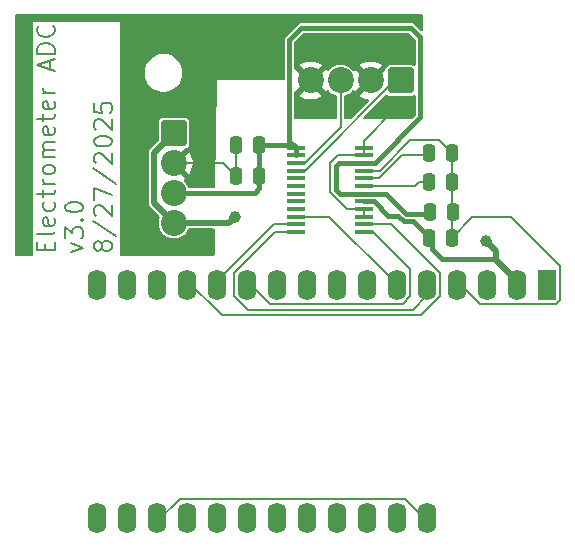
<source format=gbr>
%TF.GenerationSoftware,KiCad,Pcbnew,9.0.3*%
%TF.CreationDate,2025-08-27T20:39:39-07:00*%
%TF.ProjectId,ADC_and_voltage_boost,4144435f-616e-4645-9f76-6f6c74616765,v2.0*%
%TF.SameCoordinates,Original*%
%TF.FileFunction,Copper,L1,Top*%
%TF.FilePolarity,Positive*%
%FSLAX46Y46*%
G04 Gerber Fmt 4.6, Leading zero omitted, Abs format (unit mm)*
G04 Created by KiCad (PCBNEW 9.0.3) date 2025-08-27 20:39:39*
%MOMM*%
%LPD*%
G01*
G04 APERTURE LIST*
G04 Aperture macros list*
%AMRoundRect*
0 Rectangle with rounded corners*
0 $1 Rounding radius*
0 $2 $3 $4 $5 $6 $7 $8 $9 X,Y pos of 4 corners*
0 Add a 4 corners polygon primitive as box body*
4,1,4,$2,$3,$4,$5,$6,$7,$8,$9,$2,$3,0*
0 Add four circle primitives for the rounded corners*
1,1,$1+$1,$2,$3*
1,1,$1+$1,$4,$5*
1,1,$1+$1,$6,$7*
1,1,$1+$1,$8,$9*
0 Add four rect primitives between the rounded corners*
20,1,$1+$1,$2,$3,$4,$5,0*
20,1,$1+$1,$4,$5,$6,$7,0*
20,1,$1+$1,$6,$7,$8,$9,0*
20,1,$1+$1,$8,$9,$2,$3,0*%
G04 Aperture macros list end*
%ADD10C,0.200000*%
%TA.AperFunction,NonConductor*%
%ADD11C,0.200000*%
%TD*%
%TA.AperFunction,ComponentPad*%
%ADD12RoundRect,0.250000X-0.550000X1.050000X-0.550000X-1.050000X0.550000X-1.050000X0.550000X1.050000X0*%
%TD*%
%TA.AperFunction,ComponentPad*%
%ADD13O,1.600000X2.600000*%
%TD*%
%TA.AperFunction,SMDPad,CuDef*%
%ADD14RoundRect,0.051250X-0.698750X-0.153750X0.698750X-0.153750X0.698750X0.153750X-0.698750X0.153750X0*%
%TD*%
%TA.AperFunction,SMDPad,CuDef*%
%ADD15RoundRect,0.250000X0.250000X0.475000X-0.250000X0.475000X-0.250000X-0.475000X0.250000X-0.475000X0*%
%TD*%
%TA.AperFunction,ComponentPad*%
%ADD16RoundRect,0.249999X0.850001X0.850001X-0.850001X0.850001X-0.850001X-0.850001X0.850001X-0.850001X0*%
%TD*%
%TA.AperFunction,ComponentPad*%
%ADD17C,2.200000*%
%TD*%
%TA.AperFunction,SMDPad,CuDef*%
%ADD18RoundRect,0.250000X-0.250000X-0.475000X0.250000X-0.475000X0.250000X0.475000X-0.250000X0.475000X0*%
%TD*%
%TA.AperFunction,ComponentPad*%
%ADD19RoundRect,0.249999X-0.850001X0.850001X-0.850001X-0.850001X0.850001X-0.850001X0.850001X0.850001X0*%
%TD*%
%TA.AperFunction,ViaPad*%
%ADD20C,1.000000*%
%TD*%
%TA.AperFunction,Conductor*%
%ADD21C,0.400000*%
%TD*%
%TA.AperFunction,Conductor*%
%ADD22C,0.500000*%
%TD*%
%TA.AperFunction,Conductor*%
%ADD23C,0.200000*%
%TD*%
G04 APERTURE END LIST*
D10*
D11*
X125508482Y-101873279D02*
X125508482Y-101373279D01*
X126294196Y-101158993D02*
X126294196Y-101873279D01*
X126294196Y-101873279D02*
X124794196Y-101873279D01*
X124794196Y-101873279D02*
X124794196Y-101158993D01*
X126294196Y-100301850D02*
X126222768Y-100444707D01*
X126222768Y-100444707D02*
X126079910Y-100516136D01*
X126079910Y-100516136D02*
X124794196Y-100516136D01*
X126222768Y-99158993D02*
X126294196Y-99301850D01*
X126294196Y-99301850D02*
X126294196Y-99587565D01*
X126294196Y-99587565D02*
X126222768Y-99730422D01*
X126222768Y-99730422D02*
X126079910Y-99801850D01*
X126079910Y-99801850D02*
X125508482Y-99801850D01*
X125508482Y-99801850D02*
X125365625Y-99730422D01*
X125365625Y-99730422D02*
X125294196Y-99587565D01*
X125294196Y-99587565D02*
X125294196Y-99301850D01*
X125294196Y-99301850D02*
X125365625Y-99158993D01*
X125365625Y-99158993D02*
X125508482Y-99087565D01*
X125508482Y-99087565D02*
X125651339Y-99087565D01*
X125651339Y-99087565D02*
X125794196Y-99801850D01*
X126222768Y-97801851D02*
X126294196Y-97944708D01*
X126294196Y-97944708D02*
X126294196Y-98230422D01*
X126294196Y-98230422D02*
X126222768Y-98373279D01*
X126222768Y-98373279D02*
X126151339Y-98444708D01*
X126151339Y-98444708D02*
X126008482Y-98516136D01*
X126008482Y-98516136D02*
X125579910Y-98516136D01*
X125579910Y-98516136D02*
X125437053Y-98444708D01*
X125437053Y-98444708D02*
X125365625Y-98373279D01*
X125365625Y-98373279D02*
X125294196Y-98230422D01*
X125294196Y-98230422D02*
X125294196Y-97944708D01*
X125294196Y-97944708D02*
X125365625Y-97801851D01*
X125294196Y-97373279D02*
X125294196Y-96801851D01*
X124794196Y-97158994D02*
X126079910Y-97158994D01*
X126079910Y-97158994D02*
X126222768Y-97087565D01*
X126222768Y-97087565D02*
X126294196Y-96944708D01*
X126294196Y-96944708D02*
X126294196Y-96801851D01*
X126294196Y-96301851D02*
X125294196Y-96301851D01*
X125579910Y-96301851D02*
X125437053Y-96230422D01*
X125437053Y-96230422D02*
X125365625Y-96158994D01*
X125365625Y-96158994D02*
X125294196Y-96016136D01*
X125294196Y-96016136D02*
X125294196Y-95873279D01*
X126294196Y-95158994D02*
X126222768Y-95301851D01*
X126222768Y-95301851D02*
X126151339Y-95373280D01*
X126151339Y-95373280D02*
X126008482Y-95444708D01*
X126008482Y-95444708D02*
X125579910Y-95444708D01*
X125579910Y-95444708D02*
X125437053Y-95373280D01*
X125437053Y-95373280D02*
X125365625Y-95301851D01*
X125365625Y-95301851D02*
X125294196Y-95158994D01*
X125294196Y-95158994D02*
X125294196Y-94944708D01*
X125294196Y-94944708D02*
X125365625Y-94801851D01*
X125365625Y-94801851D02*
X125437053Y-94730423D01*
X125437053Y-94730423D02*
X125579910Y-94658994D01*
X125579910Y-94658994D02*
X126008482Y-94658994D01*
X126008482Y-94658994D02*
X126151339Y-94730423D01*
X126151339Y-94730423D02*
X126222768Y-94801851D01*
X126222768Y-94801851D02*
X126294196Y-94944708D01*
X126294196Y-94944708D02*
X126294196Y-95158994D01*
X126294196Y-94016137D02*
X125294196Y-94016137D01*
X125437053Y-94016137D02*
X125365625Y-93944708D01*
X125365625Y-93944708D02*
X125294196Y-93801851D01*
X125294196Y-93801851D02*
X125294196Y-93587565D01*
X125294196Y-93587565D02*
X125365625Y-93444708D01*
X125365625Y-93444708D02*
X125508482Y-93373280D01*
X125508482Y-93373280D02*
X126294196Y-93373280D01*
X125508482Y-93373280D02*
X125365625Y-93301851D01*
X125365625Y-93301851D02*
X125294196Y-93158994D01*
X125294196Y-93158994D02*
X125294196Y-92944708D01*
X125294196Y-92944708D02*
X125365625Y-92801851D01*
X125365625Y-92801851D02*
X125508482Y-92730422D01*
X125508482Y-92730422D02*
X126294196Y-92730422D01*
X126222768Y-91444708D02*
X126294196Y-91587565D01*
X126294196Y-91587565D02*
X126294196Y-91873280D01*
X126294196Y-91873280D02*
X126222768Y-92016137D01*
X126222768Y-92016137D02*
X126079910Y-92087565D01*
X126079910Y-92087565D02*
X125508482Y-92087565D01*
X125508482Y-92087565D02*
X125365625Y-92016137D01*
X125365625Y-92016137D02*
X125294196Y-91873280D01*
X125294196Y-91873280D02*
X125294196Y-91587565D01*
X125294196Y-91587565D02*
X125365625Y-91444708D01*
X125365625Y-91444708D02*
X125508482Y-91373280D01*
X125508482Y-91373280D02*
X125651339Y-91373280D01*
X125651339Y-91373280D02*
X125794196Y-92087565D01*
X125294196Y-90944708D02*
X125294196Y-90373280D01*
X124794196Y-90730423D02*
X126079910Y-90730423D01*
X126079910Y-90730423D02*
X126222768Y-90658994D01*
X126222768Y-90658994D02*
X126294196Y-90516137D01*
X126294196Y-90516137D02*
X126294196Y-90373280D01*
X126222768Y-89301851D02*
X126294196Y-89444708D01*
X126294196Y-89444708D02*
X126294196Y-89730423D01*
X126294196Y-89730423D02*
X126222768Y-89873280D01*
X126222768Y-89873280D02*
X126079910Y-89944708D01*
X126079910Y-89944708D02*
X125508482Y-89944708D01*
X125508482Y-89944708D02*
X125365625Y-89873280D01*
X125365625Y-89873280D02*
X125294196Y-89730423D01*
X125294196Y-89730423D02*
X125294196Y-89444708D01*
X125294196Y-89444708D02*
X125365625Y-89301851D01*
X125365625Y-89301851D02*
X125508482Y-89230423D01*
X125508482Y-89230423D02*
X125651339Y-89230423D01*
X125651339Y-89230423D02*
X125794196Y-89944708D01*
X126294196Y-88587566D02*
X125294196Y-88587566D01*
X125579910Y-88587566D02*
X125437053Y-88516137D01*
X125437053Y-88516137D02*
X125365625Y-88444709D01*
X125365625Y-88444709D02*
X125294196Y-88301851D01*
X125294196Y-88301851D02*
X125294196Y-88158994D01*
X125865625Y-86587566D02*
X125865625Y-85873281D01*
X126294196Y-86730423D02*
X124794196Y-86230423D01*
X124794196Y-86230423D02*
X126294196Y-85730423D01*
X126294196Y-85230424D02*
X124794196Y-85230424D01*
X124794196Y-85230424D02*
X124794196Y-84873281D01*
X124794196Y-84873281D02*
X124865625Y-84658995D01*
X124865625Y-84658995D02*
X125008482Y-84516138D01*
X125008482Y-84516138D02*
X125151339Y-84444709D01*
X125151339Y-84444709D02*
X125437053Y-84373281D01*
X125437053Y-84373281D02*
X125651339Y-84373281D01*
X125651339Y-84373281D02*
X125937053Y-84444709D01*
X125937053Y-84444709D02*
X126079910Y-84516138D01*
X126079910Y-84516138D02*
X126222768Y-84658995D01*
X126222768Y-84658995D02*
X126294196Y-84873281D01*
X126294196Y-84873281D02*
X126294196Y-85230424D01*
X126151339Y-82873281D02*
X126222768Y-82944709D01*
X126222768Y-82944709D02*
X126294196Y-83158995D01*
X126294196Y-83158995D02*
X126294196Y-83301852D01*
X126294196Y-83301852D02*
X126222768Y-83516138D01*
X126222768Y-83516138D02*
X126079910Y-83658995D01*
X126079910Y-83658995D02*
X125937053Y-83730424D01*
X125937053Y-83730424D02*
X125651339Y-83801852D01*
X125651339Y-83801852D02*
X125437053Y-83801852D01*
X125437053Y-83801852D02*
X125151339Y-83730424D01*
X125151339Y-83730424D02*
X125008482Y-83658995D01*
X125008482Y-83658995D02*
X124865625Y-83516138D01*
X124865625Y-83516138D02*
X124794196Y-83301852D01*
X124794196Y-83301852D02*
X124794196Y-83158995D01*
X124794196Y-83158995D02*
X124865625Y-82944709D01*
X124865625Y-82944709D02*
X124937053Y-82873281D01*
X127709112Y-102016136D02*
X128709112Y-101658993D01*
X128709112Y-101658993D02*
X127709112Y-101301850D01*
X127209112Y-100873279D02*
X127209112Y-99944707D01*
X127209112Y-99944707D02*
X127780541Y-100444707D01*
X127780541Y-100444707D02*
X127780541Y-100230422D01*
X127780541Y-100230422D02*
X127851969Y-100087565D01*
X127851969Y-100087565D02*
X127923398Y-100016136D01*
X127923398Y-100016136D02*
X128066255Y-99944707D01*
X128066255Y-99944707D02*
X128423398Y-99944707D01*
X128423398Y-99944707D02*
X128566255Y-100016136D01*
X128566255Y-100016136D02*
X128637684Y-100087565D01*
X128637684Y-100087565D02*
X128709112Y-100230422D01*
X128709112Y-100230422D02*
X128709112Y-100658993D01*
X128709112Y-100658993D02*
X128637684Y-100801850D01*
X128637684Y-100801850D02*
X128566255Y-100873279D01*
X128566255Y-99301851D02*
X128637684Y-99230422D01*
X128637684Y-99230422D02*
X128709112Y-99301851D01*
X128709112Y-99301851D02*
X128637684Y-99373279D01*
X128637684Y-99373279D02*
X128566255Y-99301851D01*
X128566255Y-99301851D02*
X128709112Y-99301851D01*
X127209112Y-98301850D02*
X127209112Y-98158993D01*
X127209112Y-98158993D02*
X127280541Y-98016136D01*
X127280541Y-98016136D02*
X127351969Y-97944708D01*
X127351969Y-97944708D02*
X127494826Y-97873279D01*
X127494826Y-97873279D02*
X127780541Y-97801850D01*
X127780541Y-97801850D02*
X128137684Y-97801850D01*
X128137684Y-97801850D02*
X128423398Y-97873279D01*
X128423398Y-97873279D02*
X128566255Y-97944708D01*
X128566255Y-97944708D02*
X128637684Y-98016136D01*
X128637684Y-98016136D02*
X128709112Y-98158993D01*
X128709112Y-98158993D02*
X128709112Y-98301850D01*
X128709112Y-98301850D02*
X128637684Y-98444708D01*
X128637684Y-98444708D02*
X128566255Y-98516136D01*
X128566255Y-98516136D02*
X128423398Y-98587565D01*
X128423398Y-98587565D02*
X128137684Y-98658993D01*
X128137684Y-98658993D02*
X127780541Y-98658993D01*
X127780541Y-98658993D02*
X127494826Y-98587565D01*
X127494826Y-98587565D02*
X127351969Y-98516136D01*
X127351969Y-98516136D02*
X127280541Y-98444708D01*
X127280541Y-98444708D02*
X127209112Y-98301850D01*
X130266885Y-101658993D02*
X130195457Y-101801850D01*
X130195457Y-101801850D02*
X130124028Y-101873279D01*
X130124028Y-101873279D02*
X129981171Y-101944707D01*
X129981171Y-101944707D02*
X129909742Y-101944707D01*
X129909742Y-101944707D02*
X129766885Y-101873279D01*
X129766885Y-101873279D02*
X129695457Y-101801850D01*
X129695457Y-101801850D02*
X129624028Y-101658993D01*
X129624028Y-101658993D02*
X129624028Y-101373279D01*
X129624028Y-101373279D02*
X129695457Y-101230422D01*
X129695457Y-101230422D02*
X129766885Y-101158993D01*
X129766885Y-101158993D02*
X129909742Y-101087564D01*
X129909742Y-101087564D02*
X129981171Y-101087564D01*
X129981171Y-101087564D02*
X130124028Y-101158993D01*
X130124028Y-101158993D02*
X130195457Y-101230422D01*
X130195457Y-101230422D02*
X130266885Y-101373279D01*
X130266885Y-101373279D02*
X130266885Y-101658993D01*
X130266885Y-101658993D02*
X130338314Y-101801850D01*
X130338314Y-101801850D02*
X130409742Y-101873279D01*
X130409742Y-101873279D02*
X130552600Y-101944707D01*
X130552600Y-101944707D02*
X130838314Y-101944707D01*
X130838314Y-101944707D02*
X130981171Y-101873279D01*
X130981171Y-101873279D02*
X131052600Y-101801850D01*
X131052600Y-101801850D02*
X131124028Y-101658993D01*
X131124028Y-101658993D02*
X131124028Y-101373279D01*
X131124028Y-101373279D02*
X131052600Y-101230422D01*
X131052600Y-101230422D02*
X130981171Y-101158993D01*
X130981171Y-101158993D02*
X130838314Y-101087564D01*
X130838314Y-101087564D02*
X130552600Y-101087564D01*
X130552600Y-101087564D02*
X130409742Y-101158993D01*
X130409742Y-101158993D02*
X130338314Y-101230422D01*
X130338314Y-101230422D02*
X130266885Y-101373279D01*
X129552600Y-99373279D02*
X131481171Y-100658993D01*
X129766885Y-98944707D02*
X129695457Y-98873279D01*
X129695457Y-98873279D02*
X129624028Y-98730422D01*
X129624028Y-98730422D02*
X129624028Y-98373279D01*
X129624028Y-98373279D02*
X129695457Y-98230422D01*
X129695457Y-98230422D02*
X129766885Y-98158993D01*
X129766885Y-98158993D02*
X129909742Y-98087564D01*
X129909742Y-98087564D02*
X130052600Y-98087564D01*
X130052600Y-98087564D02*
X130266885Y-98158993D01*
X130266885Y-98158993D02*
X131124028Y-99016136D01*
X131124028Y-99016136D02*
X131124028Y-98087564D01*
X129624028Y-97587565D02*
X129624028Y-96587565D01*
X129624028Y-96587565D02*
X131124028Y-97230422D01*
X129552600Y-94944708D02*
X131481171Y-96230422D01*
X129766885Y-94516136D02*
X129695457Y-94444708D01*
X129695457Y-94444708D02*
X129624028Y-94301851D01*
X129624028Y-94301851D02*
X129624028Y-93944708D01*
X129624028Y-93944708D02*
X129695457Y-93801851D01*
X129695457Y-93801851D02*
X129766885Y-93730422D01*
X129766885Y-93730422D02*
X129909742Y-93658993D01*
X129909742Y-93658993D02*
X130052600Y-93658993D01*
X130052600Y-93658993D02*
X130266885Y-93730422D01*
X130266885Y-93730422D02*
X131124028Y-94587565D01*
X131124028Y-94587565D02*
X131124028Y-93658993D01*
X129624028Y-92730422D02*
X129624028Y-92587565D01*
X129624028Y-92587565D02*
X129695457Y-92444708D01*
X129695457Y-92444708D02*
X129766885Y-92373280D01*
X129766885Y-92373280D02*
X129909742Y-92301851D01*
X129909742Y-92301851D02*
X130195457Y-92230422D01*
X130195457Y-92230422D02*
X130552600Y-92230422D01*
X130552600Y-92230422D02*
X130838314Y-92301851D01*
X130838314Y-92301851D02*
X130981171Y-92373280D01*
X130981171Y-92373280D02*
X131052600Y-92444708D01*
X131052600Y-92444708D02*
X131124028Y-92587565D01*
X131124028Y-92587565D02*
X131124028Y-92730422D01*
X131124028Y-92730422D02*
X131052600Y-92873280D01*
X131052600Y-92873280D02*
X130981171Y-92944708D01*
X130981171Y-92944708D02*
X130838314Y-93016137D01*
X130838314Y-93016137D02*
X130552600Y-93087565D01*
X130552600Y-93087565D02*
X130195457Y-93087565D01*
X130195457Y-93087565D02*
X129909742Y-93016137D01*
X129909742Y-93016137D02*
X129766885Y-92944708D01*
X129766885Y-92944708D02*
X129695457Y-92873280D01*
X129695457Y-92873280D02*
X129624028Y-92730422D01*
X129766885Y-91658994D02*
X129695457Y-91587566D01*
X129695457Y-91587566D02*
X129624028Y-91444709D01*
X129624028Y-91444709D02*
X129624028Y-91087566D01*
X129624028Y-91087566D02*
X129695457Y-90944709D01*
X129695457Y-90944709D02*
X129766885Y-90873280D01*
X129766885Y-90873280D02*
X129909742Y-90801851D01*
X129909742Y-90801851D02*
X130052600Y-90801851D01*
X130052600Y-90801851D02*
X130266885Y-90873280D01*
X130266885Y-90873280D02*
X131124028Y-91730423D01*
X131124028Y-91730423D02*
X131124028Y-90801851D01*
X129624028Y-89444709D02*
X129624028Y-90158995D01*
X129624028Y-90158995D02*
X130338314Y-90230423D01*
X130338314Y-90230423D02*
X130266885Y-90158995D01*
X130266885Y-90158995D02*
X130195457Y-90016138D01*
X130195457Y-90016138D02*
X130195457Y-89658995D01*
X130195457Y-89658995D02*
X130266885Y-89516138D01*
X130266885Y-89516138D02*
X130338314Y-89444709D01*
X130338314Y-89444709D02*
X130481171Y-89373280D01*
X130481171Y-89373280D02*
X130838314Y-89373280D01*
X130838314Y-89373280D02*
X130981171Y-89444709D01*
X130981171Y-89444709D02*
X131052600Y-89516138D01*
X131052600Y-89516138D02*
X131124028Y-89658995D01*
X131124028Y-89658995D02*
X131124028Y-90016138D01*
X131124028Y-90016138D02*
X131052600Y-90158995D01*
X131052600Y-90158995D02*
X130981171Y-90230423D01*
D12*
%TO.P,A1,1,~{RESET}*%
%TO.N,unconnected-(A1-~{RESET}-Pad1)*%
X168000000Y-104800000D03*
D13*
%TO.P,A1,2,3V3*%
%TO.N,+BATT*%
X165460000Y-104800000D03*
%TO.P,A1,3,NC*%
%TO.N,unconnected-(A1-NC-Pad3)*%
X162920000Y-104800000D03*
%TO.P,A1,4,GND*%
%TO.N,GND*%
X160380000Y-104800000D03*
%TO.P,A1,5,DAC2/A0*%
%TO.N,/SSTRB*%
X157840000Y-104800000D03*
%TO.P,A1,6,DAC1/A1*%
%TO.N,/~{CS}*%
X155300000Y-104800000D03*
%TO.P,A1,7,I34/A2*%
%TO.N,unconnected-(A1-I34{slash}A2-Pad7)*%
X152760000Y-104800000D03*
%TO.P,A1,8,I39/A3*%
%TO.N,unconnected-(A1-I39{slash}A3-Pad8)*%
X150220000Y-104800000D03*
%TO.P,A1,9,IO36/A4*%
%TO.N,unconnected-(A1-IO36{slash}A4-Pad9)*%
X147680000Y-104800000D03*
%TO.P,A1,10,IO4/A5*%
%TO.N,unconnected-(A1-IO4{slash}A5-Pad10)*%
X145140000Y-104800000D03*
%TO.P,A1,11,SCK/IO5*%
%TO.N,/SCK*%
X142600000Y-104800000D03*
%TO.P,A1,12,MOSI/IO18*%
%TO.N,/MOSI*%
X140060000Y-104800000D03*
%TO.P,A1,13,MISO/IO19*%
%TO.N,/MISO*%
X137520000Y-104800000D03*
%TO.P,A1,14,RX/IO16*%
%TO.N,unconnected-(A1-RX{slash}IO16-Pad14)*%
X134980000Y-104800000D03*
%TO.P,A1,15,TX/IO17*%
%TO.N,unconnected-(A1-TX{slash}IO17-Pad15)*%
X132440000Y-104800000D03*
%TO.P,A1,16,IO21*%
%TO.N,unconnected-(A1-IO21-Pad16)*%
X129900000Y-104800000D03*
%TO.P,A1,17,SDA/IO23*%
%TO.N,unconnected-(A1-SDA{slash}IO23-Pad17)*%
X129900000Y-124520000D03*
%TO.P,A1,18,SCL/IO22*%
%TO.N,unconnected-(A1-SCL{slash}IO22-Pad18)*%
X132440000Y-124520000D03*
%TO.P,A1,19,A6/IO14*%
%TO.N,Net-(A1-A6{slash}IO14)*%
X134980000Y-124520000D03*
%TO.P,A1,20,A7/IO32*%
%TO.N,unconnected-(A1-A7{slash}IO32-Pad20)*%
X137520000Y-124520000D03*
%TO.P,A1,21,A8/IO15*%
%TO.N,unconnected-(A1-A8{slash}IO15-Pad21)*%
X140060000Y-124520000D03*
%TO.P,A1,22,A9/IO33*%
%TO.N,unconnected-(A1-A9{slash}IO33-Pad22)*%
X142600000Y-124520000D03*
%TO.P,A1,23,A10/IO27*%
%TO.N,unconnected-(A1-A10{slash}IO27-Pad23)*%
X145140000Y-124520000D03*
%TO.P,A1,24,A11/IO12*%
%TO.N,unconnected-(A1-A11{slash}IO12-Pad24)*%
X147680000Y-124520000D03*
%TO.P,A1,25,A12/IO13*%
%TO.N,unconnected-(A1-A12{slash}IO13-Pad25)*%
X150220000Y-124520000D03*
%TO.P,A1,26,USB*%
%TO.N,unconnected-(A1-USB-Pad26)*%
X152760000Y-124520000D03*
%TO.P,A1,27,EN*%
%TO.N,unconnected-(A1-EN-Pad27)*%
X155300000Y-124520000D03*
%TO.P,A1,28,VBAT*%
%TO.N,Net-(A1-A6{slash}IO14)*%
X157840000Y-124520000D03*
%TD*%
D14*
%TO.P,U4,1,AVDD1*%
%TO.N,+5V*%
X146721000Y-93199000D03*
%TO.P,U4,2,CH0*%
X146721000Y-93849000D03*
%TO.P,U4,3,CH1*%
%TO.N,Net-(J2-Pin_3)*%
X146721000Y-94499000D03*
%TO.P,U4,4,CH2*%
%TO.N,Net-(J2-Pin_1)*%
X146721000Y-95149000D03*
%TO.P,U4,5,CH3*%
%TO.N,unconnected-(U4-CH3-Pad5)*%
X146721000Y-95799000D03*
%TO.P,U4,6,CH4*%
%TO.N,unconnected-(U4-CH4-Pad6)*%
X146721000Y-96449000D03*
%TO.P,U4,7,CH5*%
%TO.N,unconnected-(U4-CH5-Pad7)*%
X146721000Y-97099000D03*
%TO.P,U4,8,CH6*%
%TO.N,unconnected-(U4-CH6-Pad8)*%
X146721000Y-97749000D03*
%TO.P,U4,9,CH7*%
%TO.N,unconnected-(U4-CH7-Pad9)*%
X146721000Y-98399000D03*
%TO.P,U4,10,~{CS}*%
%TO.N,/~{CS}*%
X146721000Y-99049000D03*
%TO.P,U4,11,DIN*%
%TO.N,/MOSI*%
X146721000Y-99699000D03*
%TO.P,U4,12,SSTRB*%
%TO.N,/SSTRB*%
X146721000Y-100349000D03*
%TO.P,U4,13,SCLK*%
%TO.N,/SCK*%
X152491000Y-100349000D03*
%TO.P,U4,14,DOUT*%
%TO.N,/MISO*%
X152491000Y-99699000D03*
%TO.P,U4,15,DGND0*%
%TO.N,GND*%
X152491000Y-99049000D03*
%TO.P,U4,16,DGND*%
X152491000Y-98399000D03*
%TO.P,U4,17,DVDD0*%
%TO.N,+BATT*%
X152491000Y-97749000D03*
%TO.P,U4,18,DVDD*%
%TO.N,+5V*%
X152491000Y-97099000D03*
%TO.P,U4,19,REFCAP*%
%TO.N,Net-(U4-REFCAP)*%
X152491000Y-96449000D03*
%TO.P,U4,20,REF*%
%TO.N,Net-(U4-REF)*%
X152491000Y-95799000D03*
%TO.P,U4,21,AGND3*%
%TO.N,GND*%
X152491000Y-95149000D03*
%TO.P,U4,22,AVDD2*%
%TO.N,+5V*%
X152491000Y-94499000D03*
%TO.P,U4,23,AGND2*%
%TO.N,GND*%
X152491000Y-93849000D03*
%TO.P,U4,24,AGND1*%
X152491000Y-93199000D03*
%TD*%
D15*
%TO.P,C8,1*%
%TO.N,GND*%
X159921252Y-93655462D03*
%TO.P,C8,2*%
%TO.N,Net-(U4-REF)*%
X158021252Y-93655462D03*
%TD*%
D16*
%TO.P,J2,1,Pin_1*%
%TO.N,Net-(J2-Pin_1)*%
X155579000Y-87507000D03*
D17*
%TO.P,J2,2,Pin_2*%
%TO.N,GND*%
X153039000Y-87507000D03*
%TO.P,J2,3,Pin_3*%
%TO.N,Net-(J2-Pin_3)*%
X150499000Y-87507000D03*
%TO.P,J2,4,Pin_4*%
%TO.N,GND*%
X147959000Y-87507000D03*
%TD*%
D18*
%TO.P,C11,1*%
%TO.N,GND*%
X141671000Y-95631000D03*
%TO.P,C11,2*%
%TO.N,+5V*%
X143571000Y-95631000D03*
%TD*%
D15*
%TO.P,C9,1*%
%TO.N,GND*%
X159900000Y-96068462D03*
%TO.P,C9,2*%
%TO.N,Net-(U4-REFCAP)*%
X158000000Y-96068462D03*
%TD*%
D18*
%TO.P,C2,1*%
%TO.N,+5V*%
X158082252Y-98608462D03*
%TO.P,C2,2*%
%TO.N,GND*%
X159982252Y-98608462D03*
%TD*%
%TO.P,C3,1*%
%TO.N,+BATT*%
X158010252Y-100802462D03*
%TO.P,C3,2*%
%TO.N,GND*%
X159910252Y-100802462D03*
%TD*%
D15*
%TO.P,C1,1*%
%TO.N,+5V*%
X143571000Y-93002500D03*
%TO.P,C1,2*%
%TO.N,GND*%
X141671000Y-93002500D03*
%TD*%
D19*
%TO.P,J1,1,Pin_1*%
%TO.N,+BATT*%
X136398000Y-91948000D03*
D17*
%TO.P,J1,2,Pin_2*%
%TO.N,GND*%
X136398000Y-94488000D03*
%TO.P,J1,3,Pin_3*%
%TO.N,+5V*%
X136398000Y-97028000D03*
%TO.P,J1,4,Pin_4*%
%TO.N,+BATT*%
X136398000Y-99568000D03*
%TD*%
D20*
%TO.N,+BATT*%
X141605000Y-99060000D03*
X162814000Y-101092000D03*
%TO.N,GND*%
X137922000Y-89154000D03*
X155067000Y-90043000D03*
%TD*%
D21*
%TO.N,+BATT*%
X159116000Y-102616000D02*
X163576000Y-102616000D01*
X158234500Y-101026710D02*
X158234500Y-101734500D01*
X156614790Y-99407000D02*
X158234500Y-101026710D01*
X155834058Y-99407000D02*
X156614790Y-99407000D01*
X155379488Y-98952430D02*
X155834058Y-99407000D01*
X158234500Y-101734500D02*
X159116000Y-102616000D01*
X154537928Y-98952430D02*
X155379488Y-98952430D01*
X153334498Y-97749000D02*
X154537928Y-98952430D01*
X163576000Y-102616000D02*
X165460000Y-104500000D01*
X152491000Y-97749000D02*
X153334498Y-97749000D01*
D22*
X163703000Y-102743000D02*
X165460000Y-104500000D01*
X163703000Y-101981000D02*
X163703000Y-102743000D01*
X141097000Y-99568000D02*
X141605000Y-99060000D01*
X134697000Y-93649000D02*
X134697000Y-97867000D01*
X162814000Y-101092000D02*
X163703000Y-101981000D01*
X134697000Y-97867000D02*
X136398000Y-99568000D01*
X136398000Y-91948000D02*
X134697000Y-93649000D01*
X136398000Y-99568000D02*
X141097000Y-99568000D01*
D23*
%TO.N,Net-(U4-REF)*%
X153756000Y-95799000D02*
X155702000Y-93853000D01*
X152491000Y-95799000D02*
X153756000Y-95799000D01*
X157823714Y-93853000D02*
X158021252Y-93655462D01*
X155702000Y-93853000D02*
X157823714Y-93853000D01*
%TO.N,Net-(U4-REFCAP)*%
X157169538Y-96068462D02*
X158000000Y-96068462D01*
X157884714Y-96266000D02*
X158082252Y-96068462D01*
X156789000Y-96449000D02*
X157169538Y-96068462D01*
X152491000Y-96449000D02*
X156789000Y-96449000D01*
%TO.N,/MOSI*%
X144861000Y-99699000D02*
X146721000Y-99699000D01*
X140060000Y-104500000D02*
X144861000Y-99699000D01*
%TO.N,/SCK*%
X142600000Y-104500000D02*
X144501000Y-106401000D01*
X156401000Y-103509001D02*
X153240999Y-100349000D01*
X156401000Y-105756049D02*
X156401000Y-103509001D01*
X155756049Y-106401000D02*
X156401000Y-105756049D01*
X144501000Y-106401000D02*
X155756049Y-106401000D01*
X153240999Y-100349000D02*
X152491000Y-100349000D01*
%TO.N,/~{CS}*%
X155000000Y-104500000D02*
X149549000Y-99049000D01*
X146605000Y-98933000D02*
X146721000Y-99049000D01*
X149549000Y-99049000D02*
X146721000Y-99049000D01*
X155300000Y-104500000D02*
X155000000Y-104500000D01*
%TO.N,/MISO*%
X152491000Y-99699000D02*
X154796049Y-99699000D01*
X158941000Y-103843951D02*
X158941000Y-105756049D01*
X157294049Y-107403000D02*
X140423000Y-107403000D01*
X154796049Y-99699000D02*
X158941000Y-103843951D01*
X158941000Y-105756049D02*
X157294049Y-107403000D01*
X140423000Y-107403000D02*
X137520000Y-104500000D01*
%TO.N,Net-(J2-Pin_3)*%
X147470999Y-94499000D02*
X150499000Y-91470999D01*
X150499000Y-91470999D02*
X150499000Y-87507000D01*
X146721000Y-94499000D02*
X147470999Y-94499000D01*
%TO.N,Net-(J2-Pin_1)*%
X146721000Y-95149000D02*
X147470999Y-95149000D01*
X155112999Y-87507000D02*
X155579000Y-87507000D01*
X147470999Y-95149000D02*
X155112999Y-87507000D01*
D21*
%TO.N,+5V*%
X156464000Y-83058000D02*
X147193000Y-83058000D01*
X143571000Y-93002500D02*
X146524500Y-93002500D01*
X150357000Y-94499000D02*
X152491000Y-94499000D01*
X146524500Y-93002500D02*
X146721000Y-93199000D01*
X150114000Y-96774000D02*
X150114000Y-94742000D01*
X143256000Y-97028000D02*
X143637000Y-96647000D01*
X136398000Y-97028000D02*
X143256000Y-97028000D01*
X146177000Y-84074000D02*
X146177000Y-92655000D01*
X157267670Y-90636330D02*
X157267670Y-83861670D01*
X152491000Y-97099000D02*
X150439000Y-97099000D01*
X147193000Y-83058000D02*
X146177000Y-84074000D01*
X156083000Y-98806000D02*
X157884714Y-98806000D01*
X150114000Y-94742000D02*
X150357000Y-94499000D01*
X157267670Y-83861670D02*
X156464000Y-83058000D01*
X143571000Y-95631000D02*
X143571000Y-93002500D01*
X153405000Y-94499000D02*
X157267670Y-90636330D01*
X146721000Y-93199000D02*
X146721000Y-93849000D01*
X143637000Y-96647000D02*
X143637000Y-95697000D01*
X157884714Y-98806000D02*
X158082252Y-98608462D01*
X154376000Y-97099000D02*
X156083000Y-98806000D01*
X150439000Y-97099000D02*
X150114000Y-96774000D01*
X152491000Y-94499000D02*
X153405000Y-94499000D01*
X152491000Y-97099000D02*
X154376000Y-97099000D01*
X146177000Y-92655000D02*
X146721000Y-93199000D01*
X143637000Y-95697000D02*
X143571000Y-95631000D01*
D23*
%TO.N,GND*%
X160380000Y-104500000D02*
X162281000Y-106401000D01*
X160179790Y-98806000D02*
X159982252Y-98608462D01*
X136398000Y-94488000D02*
X140528000Y-94488000D01*
X140528000Y-94488000D02*
X141671000Y-95631000D01*
X159910252Y-100802462D02*
X159910252Y-98680462D01*
X169101000Y-106085160D02*
X169101000Y-103250000D01*
X152491000Y-99049000D02*
X152491000Y-98399000D01*
X149613000Y-96981520D02*
X149613000Y-94481000D01*
X168785160Y-106401000D02*
X169101000Y-106085160D01*
X150245000Y-93849000D02*
X152491000Y-93849000D01*
X153838900Y-95149000D02*
X152491000Y-95149000D01*
X156404900Y-92583000D02*
X153838900Y-95149000D01*
X155067000Y-90043000D02*
X152491000Y-92619000D01*
X169101000Y-103250000D02*
X164911000Y-99060000D01*
X159921252Y-93655462D02*
X158848790Y-92583000D01*
X159910252Y-98680462D02*
X159982252Y-98608462D01*
X164911000Y-99060000D02*
X161652714Y-99060000D01*
X147959000Y-87507000D02*
X149360000Y-86106000D01*
X151030480Y-98399000D02*
X149613000Y-96981520D01*
X162281000Y-106401000D02*
X168785160Y-106401000D01*
X149360000Y-86106000D02*
X151638000Y-86106000D01*
X151638000Y-86106000D02*
X153039000Y-87507000D01*
X158848790Y-92583000D02*
X156404900Y-92583000D01*
X159921252Y-98547462D02*
X159982252Y-98608462D01*
X152491000Y-98399000D02*
X151030480Y-98399000D01*
X149613000Y-94481000D02*
X150245000Y-93849000D01*
X152491000Y-92619000D02*
X152491000Y-93199000D01*
X161652714Y-99060000D02*
X159910252Y-100802462D01*
X152491000Y-93199000D02*
X152491000Y-93693000D01*
X141671000Y-93002500D02*
X141671000Y-95631000D01*
X159921252Y-93655462D02*
X159921252Y-98547462D01*
%TO.N,Net-(A1-A6{slash}IO14)*%
X155939000Y-122919000D02*
X157840000Y-124820000D01*
X136881000Y-122919000D02*
X155939000Y-122919000D01*
X134980000Y-124820000D02*
X136881000Y-122919000D01*
%TO.N,/SSTRB*%
X157840000Y-105660000D02*
X156598000Y-106902000D01*
X156598000Y-106902000D02*
X142644951Y-106902000D01*
X144993951Y-100349000D02*
X146721000Y-100349000D01*
X141499000Y-103843951D02*
X144993951Y-100349000D01*
X142644951Y-106902000D02*
X141499000Y-105756049D01*
X141499000Y-105756049D02*
X141499000Y-103843951D01*
X157840000Y-104500000D02*
X157840000Y-105660000D01*
%TD*%
%TA.AperFunction,Conductor*%
%TO.N,GND*%
G36*
X157429171Y-81927185D02*
G01*
X157474926Y-81979989D01*
X157486123Y-82029969D01*
X157500852Y-83223050D01*
X157481996Y-83290328D01*
X157429761Y-83336731D01*
X157360730Y-83347527D01*
X157296821Y-83319289D01*
X157289180Y-83312262D01*
X156794111Y-82817193D01*
X156794109Y-82817190D01*
X156711880Y-82734961D01*
X156711878Y-82734959D01*
X156619823Y-82681811D01*
X156619822Y-82681810D01*
X156619821Y-82681810D01*
X156619819Y-82681809D01*
X156607011Y-82678377D01*
X156607003Y-82678376D01*
X156598124Y-82675997D01*
X156517148Y-82654299D01*
X156410852Y-82654299D01*
X156410848Y-82654300D01*
X147253760Y-82654300D01*
X147253744Y-82654299D01*
X147246148Y-82654299D01*
X147139852Y-82654299D01*
X147058874Y-82675997D01*
X147058873Y-82675996D01*
X147037177Y-82681810D01*
X146945122Y-82734959D01*
X146945119Y-82734961D01*
X145853961Y-83826119D01*
X145853957Y-83826125D01*
X145800810Y-83918176D01*
X145800811Y-83918176D01*
X145800811Y-83918178D01*
X145773299Y-84020853D01*
X145773299Y-84137137D01*
X145773300Y-84137150D01*
X145773300Y-87376000D01*
X145753615Y-87443039D01*
X145700811Y-87488794D01*
X145649300Y-87500000D01*
X140000000Y-87500000D01*
X139903927Y-96501623D01*
X139883528Y-96568449D01*
X139830239Y-96613638D01*
X139779934Y-96624300D01*
X137727712Y-96624300D01*
X137660673Y-96604615D01*
X137614918Y-96551811D01*
X137609784Y-96538627D01*
X137606186Y-96527553D01*
X137606184Y-96527550D01*
X137606184Y-96527548D01*
X137513023Y-96344711D01*
X137456324Y-96266672D01*
X137392406Y-96178697D01*
X137247303Y-96033594D01*
X137243858Y-96030149D01*
X137245278Y-96028728D01*
X137211712Y-95977313D01*
X137211212Y-95907445D01*
X137248564Y-95848397D01*
X137257551Y-95841208D01*
X137338697Y-95782251D01*
X137338698Y-95782250D01*
X136568234Y-95011787D01*
X136610292Y-95000518D01*
X136735708Y-94928110D01*
X136838110Y-94825708D01*
X136910518Y-94700292D01*
X136921787Y-94658235D01*
X137692250Y-95428698D01*
X137692250Y-95428697D01*
X137766442Y-95326581D01*
X137766446Y-95326575D01*
X137880780Y-95102184D01*
X137958602Y-94862669D01*
X137998000Y-94613928D01*
X137998000Y-94362071D01*
X137958602Y-94113330D01*
X137880780Y-93873815D01*
X137766442Y-93649416D01*
X137692250Y-93547301D01*
X137692250Y-93547300D01*
X136921787Y-94317764D01*
X136910518Y-94275708D01*
X136838110Y-94150292D01*
X136735708Y-94047890D01*
X136610292Y-93975482D01*
X136568233Y-93964212D01*
X137246875Y-93285571D01*
X137308198Y-93252086D01*
X137322972Y-93249794D01*
X137333302Y-93248826D01*
X137333304Y-93248825D01*
X137333306Y-93248825D01*
X137378196Y-93233116D01*
X137462395Y-93203654D01*
X137572439Y-93122439D01*
X137653654Y-93012395D01*
X137677015Y-92945631D01*
X137698826Y-92883304D01*
X137698826Y-92883302D01*
X137701700Y-92852658D01*
X137701700Y-91043341D01*
X137698826Y-91012697D01*
X137698826Y-91012695D01*
X137653655Y-90883609D01*
X137653654Y-90883605D01*
X137572439Y-90773561D01*
X137462395Y-90692346D01*
X137462391Y-90692344D01*
X137462390Y-90692344D01*
X137333303Y-90647173D01*
X137302658Y-90644300D01*
X137302654Y-90644300D01*
X135493346Y-90644300D01*
X135493342Y-90644300D01*
X135462697Y-90647173D01*
X135462695Y-90647173D01*
X135333609Y-90692344D01*
X135333607Y-90692345D01*
X135333606Y-90692345D01*
X135333605Y-90692346D01*
X135279183Y-90732511D01*
X135223561Y-90773561D01*
X135142345Y-90883607D01*
X135142344Y-90883609D01*
X135097173Y-91012695D01*
X135097173Y-91012697D01*
X135094300Y-91043341D01*
X135094300Y-92558709D01*
X135074615Y-92625748D01*
X135057981Y-92646390D01*
X134333950Y-93370420D01*
X134333946Y-93370425D01*
X134313294Y-93406198D01*
X134313293Y-93406200D01*
X134274219Y-93473878D01*
X134243300Y-93589269D01*
X134243300Y-93589271D01*
X134243300Y-97926730D01*
X134268935Y-98022404D01*
X134274219Y-98042122D01*
X134277706Y-98048161D01*
X134309152Y-98102627D01*
X134333948Y-98145577D01*
X135152295Y-98963924D01*
X135185780Y-99025247D01*
X135182545Y-99089923D01*
X135126402Y-99262711D01*
X135126402Y-99262714D01*
X135094300Y-99465397D01*
X135094300Y-99670602D01*
X135126402Y-99873285D01*
X135126402Y-99873288D01*
X135189812Y-100068444D01*
X135189813Y-100068447D01*
X135229850Y-100147023D01*
X135282976Y-100251288D01*
X135403594Y-100417303D01*
X135548697Y-100562406D01*
X135714712Y-100683024D01*
X135804390Y-100728717D01*
X135897552Y-100776186D01*
X135897555Y-100776187D01*
X136079588Y-100835332D01*
X136092716Y-100839598D01*
X136295397Y-100871700D01*
X136295398Y-100871700D01*
X136500602Y-100871700D01*
X136500603Y-100871700D01*
X136703284Y-100839598D01*
X136703287Y-100839597D01*
X136703288Y-100839597D01*
X136898444Y-100776187D01*
X136898447Y-100776186D01*
X137081288Y-100683024D01*
X137247303Y-100562406D01*
X137392406Y-100417303D01*
X137513024Y-100251288D01*
X137595507Y-100089404D01*
X137643481Y-100038609D01*
X137705992Y-100021700D01*
X139741027Y-100021700D01*
X139808066Y-100041385D01*
X139853821Y-100094189D01*
X139865020Y-100147023D01*
X139842689Y-102239323D01*
X139822290Y-102306149D01*
X139769001Y-102351338D01*
X139718696Y-102362000D01*
X131915735Y-102362000D01*
X131848696Y-102342315D01*
X131802941Y-102289511D01*
X131791735Y-102238000D01*
X131791735Y-86742038D01*
X133908500Y-86742038D01*
X133908500Y-86993962D01*
X133910494Y-87006553D01*
X133947910Y-87242785D01*
X134025760Y-87482383D01*
X134075198Y-87579409D01*
X134128376Y-87683777D01*
X134140132Y-87706848D01*
X134288201Y-87910649D01*
X134288205Y-87910654D01*
X134466345Y-88088794D01*
X134466350Y-88088798D01*
X134606040Y-88190288D01*
X134670155Y-88236870D01*
X134813184Y-88309747D01*
X134894616Y-88351239D01*
X134894618Y-88351239D01*
X134894621Y-88351241D01*
X135134215Y-88429090D01*
X135383038Y-88468500D01*
X135383039Y-88468500D01*
X135634961Y-88468500D01*
X135634962Y-88468500D01*
X135883785Y-88429090D01*
X136123379Y-88351241D01*
X136347845Y-88236870D01*
X136551656Y-88088793D01*
X136729793Y-87910656D01*
X136877870Y-87706845D01*
X136992241Y-87482379D01*
X137070090Y-87242785D01*
X137109500Y-86993962D01*
X137109500Y-86742038D01*
X137070090Y-86493215D01*
X136992241Y-86253621D01*
X136992239Y-86253618D01*
X136992239Y-86253616D01*
X136933613Y-86138557D01*
X136877870Y-86029155D01*
X136817743Y-85946397D01*
X136729798Y-85825350D01*
X136729794Y-85825345D01*
X136551654Y-85647205D01*
X136551649Y-85647201D01*
X136347848Y-85499132D01*
X136347847Y-85499131D01*
X136347845Y-85499130D01*
X136277747Y-85463413D01*
X136123383Y-85384760D01*
X135883785Y-85306910D01*
X135634962Y-85267500D01*
X135383038Y-85267500D01*
X135258626Y-85287205D01*
X135134214Y-85306910D01*
X134894616Y-85384760D01*
X134670151Y-85499132D01*
X134466350Y-85647201D01*
X134466345Y-85647205D01*
X134288205Y-85825345D01*
X134288201Y-85825350D01*
X134140132Y-86029151D01*
X134025760Y-86253616D01*
X133947910Y-86493214D01*
X133916724Y-86690113D01*
X133908500Y-86742038D01*
X131791735Y-86742038D01*
X131791735Y-82564581D01*
X124484351Y-82564581D01*
X124484351Y-102238000D01*
X124464666Y-102305039D01*
X124411862Y-102350794D01*
X124360351Y-102362000D01*
X123052500Y-102362000D01*
X122985461Y-102342315D01*
X122939706Y-102289511D01*
X122928500Y-102238000D01*
X122928500Y-82031500D01*
X122948185Y-81964461D01*
X123000989Y-81918706D01*
X123052500Y-81907500D01*
X157362132Y-81907500D01*
X157429171Y-81927185D01*
G37*
%TD.AperFunction*%
%TA.AperFunction,Conductor*%
G36*
X147446482Y-87719292D02*
G01*
X147518890Y-87844708D01*
X147621292Y-87947110D01*
X147746708Y-88019518D01*
X147788765Y-88030787D01*
X147018300Y-88801250D01*
X147120416Y-88875442D01*
X147344815Y-88989780D01*
X147584330Y-89067602D01*
X147833072Y-89107000D01*
X148084928Y-89107000D01*
X148333669Y-89067602D01*
X148573184Y-88989780D01*
X148797575Y-88875446D01*
X148797581Y-88875442D01*
X148899697Y-88801250D01*
X148899698Y-88801250D01*
X148129234Y-88030787D01*
X148171292Y-88019518D01*
X148296708Y-87947110D01*
X148399110Y-87844708D01*
X148471518Y-87719292D01*
X148482787Y-87677235D01*
X149253250Y-88447698D01*
X149253251Y-88447697D01*
X149312208Y-88366551D01*
X149367538Y-88323885D01*
X149437151Y-88317906D01*
X149498946Y-88350512D01*
X149501147Y-88352859D01*
X149501149Y-88352858D01*
X149504594Y-88356303D01*
X149649697Y-88501406D01*
X149815712Y-88622024D01*
X149891098Y-88660435D01*
X149998552Y-88715186D01*
X149998555Y-88715187D01*
X150109618Y-88751273D01*
X150167293Y-88790710D01*
X150194492Y-88855069D01*
X150195300Y-88869204D01*
X150195300Y-90681000D01*
X150175615Y-90748039D01*
X150122811Y-90793794D01*
X150071300Y-90805000D01*
X146704700Y-90805000D01*
X146637661Y-90785315D01*
X146591906Y-90732511D01*
X146580700Y-90681000D01*
X146580700Y-88575225D01*
X146600385Y-88508186D01*
X146629420Y-88483026D01*
X147435212Y-87677234D01*
X147446482Y-87719292D01*
G37*
%TD.AperFunction*%
%TA.AperFunction,Conductor*%
G36*
X152526482Y-87719292D02*
G01*
X152598890Y-87844708D01*
X152701292Y-87947110D01*
X152826708Y-88019518D01*
X152868765Y-88030787D01*
X152098300Y-88801250D01*
X152200416Y-88875442D01*
X152424815Y-88989780D01*
X152664330Y-89067602D01*
X152819832Y-89092232D01*
X152882967Y-89122161D01*
X152919898Y-89181473D01*
X152918900Y-89251335D01*
X152888115Y-89302386D01*
X151421821Y-90768681D01*
X151360498Y-90802166D01*
X151334140Y-90805000D01*
X150926700Y-90805000D01*
X150859661Y-90785315D01*
X150813906Y-90732511D01*
X150802700Y-90681000D01*
X150802700Y-88869204D01*
X150822385Y-88802165D01*
X150875189Y-88756410D01*
X150888382Y-88751273D01*
X150999444Y-88715187D01*
X150999447Y-88715186D01*
X151065679Y-88681439D01*
X151182288Y-88622024D01*
X151348303Y-88501406D01*
X151493406Y-88356303D01*
X151493406Y-88356302D01*
X151496851Y-88352858D01*
X151498280Y-88354287D01*
X151549624Y-88320731D01*
X151619492Y-88320194D01*
X151678559Y-88357515D01*
X151685791Y-88366551D01*
X151744747Y-88447697D01*
X151744748Y-88447698D01*
X152515212Y-87677234D01*
X152526482Y-87719292D01*
G37*
%TD.AperFunction*%
%TA.AperFunction,Conductor*%
G36*
X154439116Y-88712891D02*
G01*
X154469413Y-88729301D01*
X154514605Y-88762654D01*
X154560170Y-88778598D01*
X154643696Y-88807826D01*
X154674342Y-88810700D01*
X154674346Y-88810700D01*
X156483658Y-88810700D01*
X156514302Y-88807826D01*
X156514304Y-88807826D01*
X156576631Y-88786015D01*
X156643395Y-88762654D01*
X156666340Y-88745719D01*
X156731966Y-88721751D01*
X156800136Y-88737067D01*
X156849204Y-88786807D01*
X156863970Y-88845492D01*
X156863970Y-90417750D01*
X156844285Y-90484789D01*
X156827651Y-90505431D01*
X156564401Y-90768681D01*
X156503078Y-90802166D01*
X156476720Y-90805000D01*
X152543858Y-90805000D01*
X152476819Y-90785315D01*
X152431064Y-90732511D01*
X152421120Y-90663353D01*
X152450145Y-90599797D01*
X152456177Y-90593319D01*
X153798160Y-89251335D01*
X154308104Y-88741390D01*
X154369425Y-88707907D01*
X154439116Y-88712891D01*
G37*
%TD.AperFunction*%
%TA.AperFunction,Conductor*%
G36*
X156312459Y-83481385D02*
G01*
X156333101Y-83498019D01*
X156827651Y-83992569D01*
X156861136Y-84053892D01*
X156863970Y-84080250D01*
X156863970Y-86168507D01*
X156844285Y-86235546D01*
X156791481Y-86281301D01*
X156722323Y-86291245D01*
X156666339Y-86268279D01*
X156643395Y-86251346D01*
X156643390Y-86251344D01*
X156514303Y-86206173D01*
X156483658Y-86203300D01*
X156483654Y-86203300D01*
X154674346Y-86203300D01*
X154674342Y-86203300D01*
X154643697Y-86206173D01*
X154643695Y-86206173D01*
X154514609Y-86251344D01*
X154514607Y-86251345D01*
X154514606Y-86251345D01*
X154514605Y-86251346D01*
X154404561Y-86332561D01*
X154326175Y-86438773D01*
X154323345Y-86442607D01*
X154323344Y-86442609D01*
X154278173Y-86571695D01*
X154278173Y-86571696D01*
X154277205Y-86582024D01*
X154251345Y-86646932D01*
X154241428Y-86658124D01*
X153562787Y-87336765D01*
X153551518Y-87294708D01*
X153479110Y-87169292D01*
X153376708Y-87066890D01*
X153251292Y-86994482D01*
X153209232Y-86983212D01*
X153979698Y-86212748D01*
X153877583Y-86138557D01*
X153653184Y-86024219D01*
X153413669Y-85946397D01*
X153164928Y-85907000D01*
X152913072Y-85907000D01*
X152664330Y-85946397D01*
X152424815Y-86024219D01*
X152200413Y-86138559D01*
X152098301Y-86212747D01*
X152098300Y-86212748D01*
X152868765Y-86983212D01*
X152826708Y-86994482D01*
X152701292Y-87066890D01*
X152598890Y-87169292D01*
X152526482Y-87294708D01*
X152515212Y-87336764D01*
X151744748Y-86566300D01*
X151744746Y-86566301D01*
X151685791Y-86647447D01*
X151630461Y-86690113D01*
X151560848Y-86696092D01*
X151499053Y-86663486D01*
X151496852Y-86661140D01*
X151496851Y-86661142D01*
X151348304Y-86512595D01*
X151182288Y-86391976D01*
X151140125Y-86370493D01*
X150999447Y-86298813D01*
X150999444Y-86298812D01*
X150804286Y-86235402D01*
X150619748Y-86206174D01*
X150601603Y-86203300D01*
X150396397Y-86203300D01*
X150378252Y-86206174D01*
X150193714Y-86235402D01*
X150193711Y-86235402D01*
X149998555Y-86298812D01*
X149998552Y-86298813D01*
X149815711Y-86391976D01*
X149649695Y-86512595D01*
X149649694Y-86512596D01*
X149501149Y-86661142D01*
X149499736Y-86659729D01*
X149448259Y-86693303D01*
X149378391Y-86693772D01*
X149319361Y-86656394D01*
X149312208Y-86647448D01*
X149253251Y-86566301D01*
X149253250Y-86566300D01*
X148482787Y-87336764D01*
X148471518Y-87294708D01*
X148399110Y-87169292D01*
X148296708Y-87066890D01*
X148171292Y-86994482D01*
X148129232Y-86983212D01*
X148899698Y-86212748D01*
X148797583Y-86138557D01*
X148573184Y-86024219D01*
X148333669Y-85946397D01*
X148084928Y-85907000D01*
X147833072Y-85907000D01*
X147584330Y-85946397D01*
X147344815Y-86024219D01*
X147120413Y-86138559D01*
X147018301Y-86212747D01*
X147018300Y-86212748D01*
X147788765Y-86983212D01*
X147746708Y-86994482D01*
X147621292Y-87066890D01*
X147518890Y-87169292D01*
X147446482Y-87294708D01*
X147435212Y-87336765D01*
X146646586Y-86548139D01*
X146646049Y-86548026D01*
X146636145Y-86538262D01*
X146623497Y-86532486D01*
X146611756Y-86514217D01*
X146596294Y-86498973D01*
X146592468Y-86484203D01*
X146585723Y-86473708D01*
X146580700Y-86438773D01*
X146580700Y-84292580D01*
X146600385Y-84225541D01*
X146617019Y-84204899D01*
X147323899Y-83498019D01*
X147385222Y-83464534D01*
X147411580Y-83461700D01*
X156245420Y-83461700D01*
X156312459Y-83481385D01*
G37*
%TD.AperFunction*%
%TD*%
M02*

</source>
